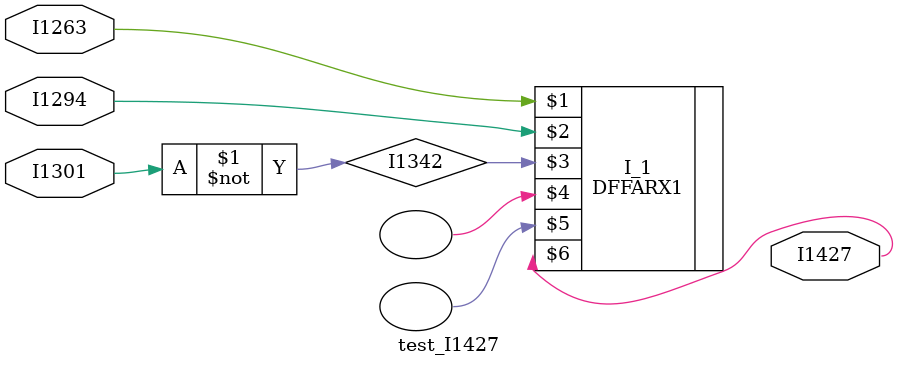
<source format=v>
module test_I1427(I1263,I1294,I1301,I1427);
input I1263,I1294,I1301;
output I1427;
wire I1342;
not I_0(I1342,I1301);
DFFARX1 I_1(I1263,I1294,I1342,,,I1427,);
endmodule



</source>
